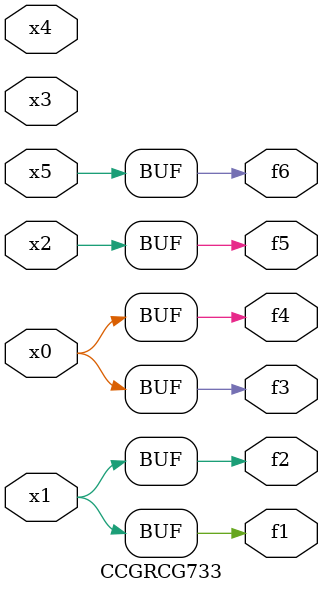
<source format=v>
module CCGRCG733(
	input x0, x1, x2, x3, x4, x5,
	output f1, f2, f3, f4, f5, f6
);
	assign f1 = x1;
	assign f2 = x1;
	assign f3 = x0;
	assign f4 = x0;
	assign f5 = x2;
	assign f6 = x5;
endmodule

</source>
